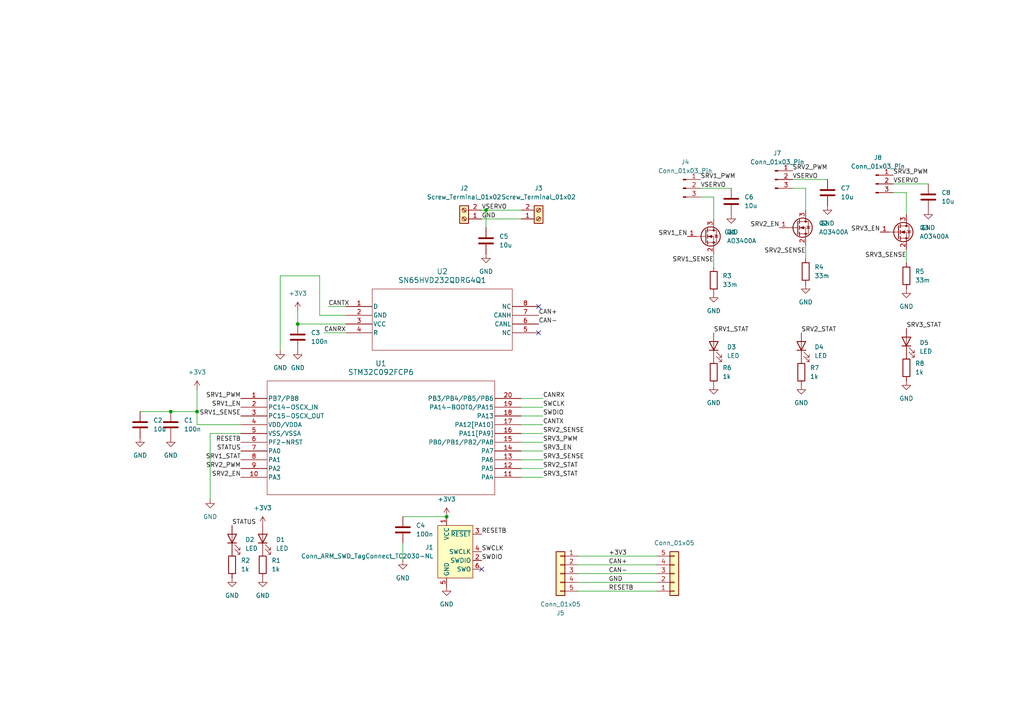
<source format=kicad_sch>
(kicad_sch (version 20250114) (generator "eeschema") (generator_version "9.0")
  (paper "A4")
  (lib_symbols
    (symbol "2025-06-11_00-44-39:STM32C092FCP6" (pin_names (offset 0.254))
      (property "Reference" "U" (at 40.64 10.16 0))
      (property "Value" "STM32C092FCP6" (at 40.64 7.62 0))
      (symbol "STM32C092FCP6_0_1"
        (polyline (pts (xy 7.62 5.08) (xy 7.62 -27.94)) (stroke (width 0.127)))
        (polyline (pts (xy 7.62 -27.94) (xy 73.66 -27.94)) (stroke (width 0.127)))
        (polyline (pts (xy 73.66 5.08) (xy 7.62 5.08)) (stroke (width 0.127)))
        (polyline (pts (xy 73.66 -27.94) (xy 73.66 5.08)) (stroke (width 0.127)))
        (pin bidirectional line (at 0 0 0) (length 7.62) (name "PB7/PB8") (number "1"))
        (pin bidirectional line (at 0 -2.54 0) (length 7.62) (name "PC14-OSCX_IN") (number "2"))
        (pin bidirectional line (at 0 -5.08 0) (length 7.62) (name "PC15-OSCX_OUT") (number "3"))
        (pin power_in line (at 0 -7.62 0) (length 7.62) (name "VDD/VDDA") (number "4"))
        (pin power_out line (at 0 -10.16 0) (length 7.62) (name "VSS/VSSA") (number "5"))
        (pin bidirectional line (at 0 -12.7 0) (length 7.62) (name "PF2-NRST") (number "6"))
        (pin bidirectional line (at 0 -15.24 0) (length 7.62) (name "PA0") (number "7"))
        (pin bidirectional line (at 0 -17.78 0) (length 7.62) (name "PA1") (number "8"))
        (pin bidirectional line (at 0 -20.32 0) (length 7.62) (name "PA2") (number "9"))
        (pin bidirectional line (at 0 -22.86 0) (length 7.62) (name "PA3") (number "10"))
        (pin bidirectional line (at 81.28 0 180) (length 7.62) (name "PB3/PB4/PB5/PB6") (number "20"))
        (pin bidirectional line (at 81.28 -2.54 180) (length 7.62) (name "PA14-BOOT0/PA15") (number "19"))
        (pin bidirectional line (at 81.28 -5.08 180) (length 7.62) (name "PA13") (number "18"))
        (pin bidirectional line (at 81.28 -7.62 180) (length 7.62) (name "PA12[PA10]") (number "17"))
        (pin bidirectional line (at 81.28 -10.16 180) (length 7.62) (name "PA11[PA9]") (number "16"))
        (pin bidirectional line (at 81.28 -12.7 180) (length 7.62) (name "PB0/PB1/PB2/PA8") (number "15"))
        (pin bidirectional line (at 81.28 -15.24 180) (length 7.62) (name "PA7") (number "14"))
        (pin bidirectional line (at 81.28 -17.78 180) (length 7.62) (name "PA6") (number "13"))
        (pin bidirectional line (at 81.28 -20.32 180) (length 7.62) (name "PA5") (number "12"))
        (pin bidirectional line (at 81.28 -22.86 180) (length 7.62) (name "PA4") (number "11"))
      )
    )
    (symbol "2025-06-11_00-45-23:SN65HVD232QDRG4Q1" (pin_names (offset 0.254))
      (property "Reference" "U" (at 27.94 10.16 0))
      (property "Value" "SN65HVD232QDRG4Q1" (at 27.94 7.62 0))
      (symbol "SN65HVD232QDRG4Q1_0_1"
        (polyline (pts (xy 7.62 5.08) (xy 7.62 -12.7)) (stroke (width 0.127)))
        (polyline (pts (xy 7.62 -12.7) (xy 48.26 -12.7)) (stroke (width 0.127)))
        (polyline (pts (xy 48.26 5.08) (xy 7.62 5.08)) (stroke (width 0.127)))
        (polyline (pts (xy 48.26 -12.7) (xy 48.26 5.08)) (stroke (width 0.127)))
        (pin input line (at 0 0 0) (length 7.62) (name "D") (number "1"))
        (pin power_in line (at 0 -2.54 0) (length 7.62) (name "GND") (number "2"))
        (pin power_in line (at 0 -5.08 0) (length 7.62) (name "VCC") (number "3"))
        (pin input line (at 0 -7.62 0) (length 7.62) (name "R") (number "4"))
        (pin unspecified line (at 55.88 0 180) (length 7.62) (name "NC") (number "8"))
        (pin output line (at 55.88 -2.54 180) (length 7.62) (name "CANH") (number "7"))
        (pin output line (at 55.88 -5.08 180) (length 7.62) (name "CANL") (number "6"))
        (pin unspecified line (at 55.88 -7.62 180) (length 7.62) (name "NC") (number "5"))
      )
    )
    (symbol "Connector:Conn_01x03_Pin" (pin_names (offset 1.016) (hide yes))
      (property "Reference" "J" (at 0 5.08 0))
      (property "Value" "Conn_01x03_Pin" (at 0 -5.08 0))
      (symbol "Conn_01x03_Pin_1_1"
        (rectangle (start 0.8636 2.667) (end 0 2.413) (stroke (width 0.1524)) (fill (type outline)))
        (rectangle (start 0.8636 0.127) (end 0 -0.127) (stroke (width 0.1524)) (fill (type outline)))
        (rectangle (start 0.8636 -2.413) (end 0 -2.667) (stroke (width 0.1524)) (fill (type outline)))
        (polyline (pts (xy 1.27 2.54) (xy 0.8636 2.54)) (stroke (width 0.1524)))
        (polyline (pts (xy 1.27 0) (xy 0.8636 0)) (stroke (width 0.1524)))
        (polyline (pts (xy 1.27 -2.54) (xy 0.8636 -2.54)) (stroke (width 0.1524)))
        (pin passive line (at 5.08 2.54 180) (length 3.81) (name "Pin_1") (number "1"))
        (pin passive line (at 5.08 0 180) (length 3.81) (name "Pin_2") (number "2"))
        (pin passive line (at 5.08 -2.54 180) (length 3.81) (name "Pin_3") (number "3"))
      )
    )
    (symbol "Connector:Conn_ARM_SWD_TagConnect_TC2030-NL" (in_bom no)
      (property "Reference" "J" (at 2.54 11.43 0))
      (property "Value" "Conn_ARM_SWD_TagConnect_TC2030-NL" (at 2.54 8.89 0))
      (symbol "Conn_ARM_SWD_TagConnect_TC2030-NL_0_0"
        (pin power_in line (at -2.54 10.16 270) (length 2.54) (name "VCC") (number "1"))
        (pin power_in line (at -2.54 -10.16 90) (length 2.54) (name "GND") (number "5"))
        (pin open_collector line (at 7.62 5.08 180) (length 2.54) (name "~{RESET}") (number "3"))
        (pin output line (at 7.62 0 180) (length 2.54) (name "SWCLK") (number "4"))
        (pin bidirectional line (at 7.62 -2.54 180) (length 2.54) (name "SWDIO") (number "2"))
        (pin input line (at 7.62 -5.08 180) (length 2.54) (name "SWO") (number "6"))
      )
      (symbol "Conn_ARM_SWD_TagConnect_TC2030-NL_0_1"
        (rectangle (start -5.08 7.62) (end 5.08 -7.62) (fill (type background)))
      )
    )
    (symbol "Connector:Screw_Terminal_01x02" (pin_names (offset 1.016) (hide yes))
      (property "Reference" "J" (at 0 2.54 0))
      (property "Value" "Screw_Terminal_01x02" (at 0 -5.08 0))
      (symbol "Screw_Terminal_01x02_1_1"
        (rectangle (start -1.27 1.27) (end 1.27 -3.81) (stroke (width 0.254)) (fill (type background)))
        (polyline (pts (xy -0.5334 0.3302) (xy 0.3302 -0.508)) (stroke (width 0.1524)))
        (polyline (pts (xy -0.5334 -2.2098) (xy 0.3302 -3.048)) (stroke (width 0.1524)))
        (polyline (pts (xy -0.3556 0.508) (xy 0.508 -0.3302)) (stroke (width 0.1524)))
        (polyline (pts (xy -0.3556 -2.032) (xy 0.508 -2.8702)) (stroke (width 0.1524)))
        (circle (center 0 0) (radius 0.635) (stroke (width 0.1524)))
        (circle (center 0 -2.54) (radius 0.635) (stroke (width 0.1524)))
        (pin passive line (at -5.08 0 0) (length 3.81) (name "Pin_1") (number "1"))
        (pin passive line (at -5.08 -2.54 0) (length 3.81) (name "Pin_2") (number "2"))
      )
    )
    (symbol "Connector_Generic:Conn_01x05" (pin_names (offset 1.016) (hide yes))
      (property "Reference" "J" (at 0 7.62 0))
      (property "Value" "Conn_01x05" (at 0 -7.62 0))
      (symbol "Conn_01x05_1_1"
        (rectangle (start -1.27 6.35) (end 1.27 -6.35) (stroke (width 0.254)) (fill (type background)))
        (rectangle (start -1.27 5.207) (end 0 4.953) (stroke (width 0.1524)))
        (rectangle (start -1.27 2.667) (end 0 2.413) (stroke (width 0.1524)))
        (rectangle (start -1.27 0.127) (end 0 -0.127) (stroke (width 0.1524)))
        (rectangle (start -1.27 -2.413) (end 0 -2.667) (stroke (width 0.1524)))
        (rectangle (start -1.27 -4.953) (end 0 -5.207) (stroke (width 0.1524)))
        (pin passive line (at -5.08 5.08 0) (length 3.81) (name "Pin_1") (number "1"))
        (pin passive line (at -5.08 2.54 0) (length 3.81) (name "Pin_2") (number "2"))
        (pin passive line (at -5.08 0 0) (length 3.81) (name "Pin_3") (number "3"))
        (pin passive line (at -5.08 -2.54 0) (length 3.81) (name "Pin_4") (number "4"))
        (pin passive line (at -5.08 -5.08 0) (length 3.81) (name "Pin_5") (number "5"))
      )
    )
    (symbol "Device:C" (pin_numbers (hide yes)) (pin_names (offset 0.254))
      (property "Reference" "C" (at 0.635 2.54 0))
      (property "Value" "C" (at 0.635 -2.54 0))
      (symbol "C_0_1"
        (polyline (pts (xy -2.032 0.762) (xy 2.032 0.762)) (stroke (width 0.508)))
        (polyline (pts (xy -2.032 -0.762) (xy 2.032 -0.762)) (stroke (width 0.508)))
      )
      (symbol "C_1_1"
        (pin passive line (at 0 3.81 270) (length 2.794) (name "~") (number "1"))
        (pin passive line (at 0 -3.81 90) (length 2.794) (name "~") (number "2"))
      )
    )
    (symbol "Device:LED" (pin_numbers (hide yes)) (pin_names (offset 1.016) (hide yes))
      (property "Reference" "D" (at 0 2.54 0))
      (property "Value" "LED" (at 0 -2.54 0))
      (symbol "LED_0_1"
        (polyline (pts (xy -3.048 -0.762) (xy -4.572 -2.286) (xy -3.81 -2.286) (xy -4.572 -2.286) (xy -4.572 -1.524)))
        (polyline (pts (xy -1.778 -0.762) (xy -3.302 -2.286) (xy -2.54 -2.286) (xy -3.302 -2.286) (xy -3.302 -1.524)))
        (polyline (pts (xy -1.27 0) (xy 1.27 0)))
        (polyline (pts (xy -1.27 -1.27) (xy -1.27 1.27)) (stroke (width 0.254)))
        (polyline (pts (xy 1.27 -1.27) (xy 1.27 1.27) (xy -1.27 0) (xy 1.27 -1.27)) (stroke (width 0.254)))
      )
      (symbol "LED_1_1"
        (pin passive line (at -3.81 0 0) (length 2.54) (name "K") (number "1"))
        (pin passive line (at 3.81 0 180) (length 2.54) (name "A") (number "2"))
      )
    )
    (symbol "Device:R" (pin_numbers (hide yes)) (pin_names (offset 0))
      (property "Reference" "R" (at 2.032 0 90))
      (property "Value" "R" (at 0 0 90))
      (symbol "R_0_1"
        (rectangle (start -1.016 -2.54) (end 1.016 2.54) (stroke (width 0.254)))
      )
      (symbol "R_1_1"
        (pin passive line (at 0 3.81 270) (length 1.27) (name "~") (number "1"))
        (pin passive line (at 0 -3.81 90) (length 1.27) (name "~") (number "2"))
      )
    )
    (symbol "Transistor_FET:AO3400A" (pin_names (hide yes))
      (property "Reference" "Q" (at 5.08 1.905 0))
      (property "Value" "AO3400A" (at 5.08 0 0))
      (symbol "AO3400A_0_1"
        (polyline (pts (xy 0.254 1.905) (xy 0.254 -1.905)) (stroke (width 0.254)))
        (polyline (pts (xy 0.254 0) (xy -2.54 0)))
        (polyline (pts (xy 0.762 2.286) (xy 0.762 1.27)) (stroke (width 0.254)))
        (polyline (pts (xy 0.762 0.508) (xy 0.762 -0.508)) (stroke (width 0.254)))
        (polyline (pts (xy 0.762 -1.27) (xy 0.762 -2.286)) (stroke (width 0.254)))
        (polyline (pts (xy 0.762 -1.778) (xy 3.302 -1.778) (xy 3.302 1.778) (xy 0.762 1.778)))
        (polyline (pts (xy 1.016 0) (xy 2.032 0.381) (xy 2.032 -0.381) (xy 1.016 0)) (fill (type outline)))
        (circle (center 1.651 0) (radius 2.794) (stroke (width 0.254)))
        (polyline (pts (xy 2.54 2.54) (xy 2.54 1.778)))
        (circle (center 2.54 1.778) (radius 0.254) (fill (type outline)))
        (circle (center 2.54 -1.778) (radius 0.254) (fill (type outline)))
        (polyline (pts (xy 2.54 -2.54) (xy 2.54 0) (xy 0.762 0)))
        (polyline (pts (xy 2.794 0.508) (xy 2.921 0.381) (xy 3.683 0.381) (xy 3.81 0.254)))
        (polyline (pts (xy 3.302 0.381) (xy 2.921 -0.254) (xy 3.683 -0.254) (xy 3.302 0.381)))
      )
      (symbol "AO3400A_1_1"
        (pin input line (at -5.08 0 0) (length 2.54) (name "G") (number "1"))
        (pin passive line (at 2.54 5.08 270) (length 2.54) (name "D") (number "3"))
        (pin passive line (at 2.54 -5.08 90) (length 2.54) (name "S") (number "2"))
      )
    )
    (symbol "power:+3V3" (power) (pin_numbers (hide yes)) (pin_names (offset 0) (hide yes))
      (property "Value" "+3V3" (at 0 3.556 0))
      (symbol "+3V3_0_1"
        (polyline (pts (xy -0.762 1.27) (xy 0 2.54)))
        (polyline (pts (xy 0 2.54) (xy 0.762 1.27)))
        (polyline (pts (xy 0 0) (xy 0 2.54)))
      )
      (symbol "+3V3_1_1"
        (pin power_in line (at 0 0 90) (length 0) (name "~") (number "1"))
      )
    )
    (symbol "power:GND" (power) (pin_numbers (hide yes)) (pin_names (offset 0) (hide yes))
      (property "Value" "GND" (at 0 -3.81 0))
      (symbol "GND_0_1"
        (polyline (pts (xy 0 0) (xy 0 -1.27) (xy 1.27 -1.27) (xy 0 -2.54) (xy -1.27 -1.27) (xy 0 -1.27)))
      )
      (symbol "GND_1_1"
        (pin power_in line (at 0 0 270) (length 0) (name "~") (number "1"))
      )
    )
  )
  (junction (at 49.53 119.38))
  (junction (at 129.54 149.86))
  (junction (at 86.36 93.98))
  (junction (at 140.97 60.96))
  (junction (at 57.15 119.38))
  (no_connect (at 156.21 88.9))
  (no_connect (at 139.7 165.1))
  (no_connect (at 156.21 96.52))
  (wire (pts (xy 157.48 135.89) (xy 151.13 135.89)))
  (wire (pts (xy 57.15 119.38) (xy 57.15 113.03)))
  (wire (pts (xy 81.28 80.01) (xy 81.28 101.6)))
  (wire (pts (xy 151.13 128.27) (xy 157.48 128.27)))
  (wire (pts (xy 262.89 62.23) (xy 262.89 55.88)))
  (wire (pts (xy 233.68 60.96) (xy 233.68 54.61)))
  (wire (pts (xy 95.25 88.9) (xy 100.33 88.9)))
  (wire (pts (xy 167.64 163.83) (xy 190.5 163.83)))
  (wire (pts (xy 167.64 171.45) (xy 190.5 171.45)))
  (wire (pts (xy 229.87 52.07) (xy 240.03 52.07)))
  (wire (pts (xy 157.48 138.43) (xy 151.13 138.43)))
  (wire (pts (xy 93.98 96.52) (xy 100.33 96.52)))
  (wire (pts (xy 157.48 130.81) (xy 151.13 130.81)))
  (wire (pts (xy 157.48 120.65) (xy 151.13 120.65)))
  (wire (pts (xy 157.48 118.11) (xy 151.13 118.11)))
  (wire (pts (xy 167.64 168.91) (xy 190.5 168.91)))
  (wire (pts (xy 233.68 71.12) (xy 233.68 74.93)))
  (wire (pts (xy 207.01 73.66) (xy 207.01 77.47)))
  (wire (pts (xy 140.97 60.96) (xy 151.13 60.96)))
  (wire (pts (xy 60.96 125.73) (xy 69.85 125.73)))
  (wire (pts (xy 86.36 93.98) (xy 100.33 93.98)))
  (wire (pts (xy 69.85 123.19) (xy 57.15 123.19)))
  (wire (pts (xy 207.01 57.15) (xy 203.2 57.15)))
  (wire (pts (xy 49.53 119.38) (xy 57.15 119.38)))
  (wire (pts (xy 167.64 166.37) (xy 190.5 166.37)))
  (wire (pts (xy 139.7 60.96) (xy 140.97 60.96)))
  (wire (pts (xy 92.71 80.01) (xy 92.71 91.44)))
  (wire (pts (xy 92.71 91.44) (xy 100.33 91.44)))
  (wire (pts (xy 151.13 115.57) (xy 157.48 115.57)))
  (wire (pts (xy 81.28 80.01) (xy 92.71 80.01)))
  (wire (pts (xy 262.89 55.88) (xy 259.08 55.88)))
  (wire (pts (xy 57.15 123.19) (xy 57.15 119.38)))
  (wire (pts (xy 116.84 162.56) (xy 116.84 157.48)))
  (wire (pts (xy 259.08 53.34) (xy 269.24 53.34)))
  (wire (pts (xy 40.64 119.38) (xy 49.53 119.38)))
  (wire (pts (xy 157.48 133.35) (xy 151.13 133.35)))
  (wire (pts (xy 233.68 54.61) (xy 229.87 54.61)))
  (wire (pts (xy 140.97 60.96) (xy 140.97 66.04)))
  (wire (pts (xy 60.96 144.78) (xy 60.96 125.73)))
  (wire (pts (xy 167.64 161.29) (xy 190.5 161.29)))
  (wire (pts (xy 203.2 54.61) (xy 212.09 54.61)))
  (wire (pts (xy 262.89 72.39) (xy 262.89 76.2)))
  (wire (pts (xy 116.84 149.86) (xy 129.54 149.86)))
  (wire (pts (xy 207.01 63.5) (xy 207.01 57.15)))
  (wire (pts (xy 86.36 90.17) (xy 86.36 93.98)))
  (wire (pts (xy 139.7 63.5) (xy 151.13 63.5)))
  (wire (pts (xy 151.13 123.19) (xy 157.48 123.19)))
  (wire (pts (xy 157.48 125.73) (xy 151.13 125.73)))
  (label "SWDIO" (at 157.48 120.65 0))
  (label "SRV1_STAT" (at 207.01 96.52 0))
  (label "VSERVO" (at 203.2 54.61 0))
  (label "SRV2_PWM" (at 69.85 135.89 180))
  (label "SRV3_SENSE" (at 262.89 74.93 180))
  (label "SRV3_PWM" (at 259.08 50.8 0))
  (label "SWCLK" (at 139.7 160.02 0))
  (label "CAN-" (at 176.53 166.37 0))
  (label "GND" (at 176.53 168.91 0))
  (label "CANTX" (at 95.25 88.9 0))
  (label "VSERVO" (at 259.08 53.34 0))
  (label "SRV1_SENSE" (at 69.85 120.65 180))
  (label "STATUS" (at 67.31 152.4 0))
  (label "SRV2_STAT" (at 157.48 135.89 0))
  (label "GND" (at 139.7 63.5 0))
  (label "CAN+" (at 176.53 163.83 0))
  (label "VSERVO" (at 139.7 60.96 0))
  (label "RESETB" (at 139.7 154.94 0))
  (label "SWCLK" (at 157.48 118.11 0))
  (label "SRV2_PWM" (at 229.87 49.53 0))
  (label "SRV3_PWM" (at 157.48 128.27 0))
  (label "SRV1_PWM" (at 203.2 52.07 0))
  (label "SRV2_SENSE" (at 233.68 73.66 180))
  (label "SRV1_EN" (at 69.85 118.11 180))
  (label "SRV3_EN" (at 157.48 130.81 0))
  (label "SRV1_SENSE" (at 207.01 76.2 180))
  (label "SRV3_STAT" (at 262.89 95.25 0))
  (label "SRV2_EN" (at 69.85 138.43 180))
  (label "VSERVO" (at 229.87 52.07 0))
  (label "+3V3" (at 176.53 161.29 0))
  (label "CANRX" (at 157.48 115.57 0))
  (label "SRV2_SENSE" (at 157.48 125.73 0))
  (label "STATUS" (at 69.85 130.81 180))
  (label "SRV3_SENSE" (at 157.48 133.35 0))
  (label "CAN-" (at 156.21 93.98 0))
  (label "CANRX" (at 93.98 96.52 0))
  (label "SRV2_STAT" (at 232.41 96.52 0))
  (label "RESETB" (at 69.85 128.27 180))
  (label "SRV1_STAT" (at 69.85 133.35 180))
  (label "RESETB" (at 176.53 171.45 0))
  (label "SRV1_EN" (at 199.39 68.58 180))
  (label "SWDIO" (at 139.7 162.56 0))
  (label "CAN+" (at 156.21 91.44 0))
  (label "SRV3_STAT" (at 157.48 138.43 0))
  (label "SRV1_PWM" (at 69.85 115.57 180))
  (label "CANTX" (at 157.48 123.19 0))
  (label "SRV3_EN" (at 255.27 67.31 180))
  (label "SRV2_EN" (at 226.06 66.04 180))
  (symbol (lib_id "Transistor_FET:AO3400A") (at 204.47 68.58 0) (unit 1)
    (property "Reference" "Q1" (at 210.82 67.3099 0) (effects (justify left)))
    (property "Value" "AO3400A" (at 210.82 69.8499 0) (effects (justify left)))
    (property "Footprint" "Package_TO_SOT_SMD:SOT-23" (effects (hide yes)))
    (property "Datasheet" "http://www.aosmd.com/pdfs/datasheet/AO3400A.pdf" (effects (hide yes)))
    (property "Description" "30V Vds, 5.7A Id, N-Channel MOSFET, SOT-23" (effects (hide yes)))
  )
  (symbol (lib_id "Connector:Conn_01x03_Pin") (at 224.79 52.07 0) (unit 1)
    (property "Reference" "J7" (at 225.425 44.45 0))
    (property "Value" "Conn_01x03_Pin" (at 225.425 46.99 0))
    (property "Footprint" "Connector_PinHeader_2.54mm:PinHeader_1x03_P2.54mm_Vertical" (effects (hide yes)))
    (property "Description" "Generic connector, single row, 01x03, script generated" (effects (hide yes)))
  )
  (symbol (lib_id "Device:R") (at 262.89 80.01 0) (unit 1)
    (property "Reference" "R5" (at 265.43 78.7399 0) (effects (justify left)))
    (property "Value" "33m" (at 265.43 81.2799 0) (effects (justify left)))
    (property "Footprint" "Resistor_SMD:R_0603_1608Metric" (effects (hide yes)))
    (property "Description" "Resistor" (effects (hide yes)))
  )
  (symbol (lib_id "Connector:Conn_01x03_Pin") (at 198.12 54.61 0) (unit 1)
    (property "Reference" "J4" (at 198.755 46.99 0))
    (property "Value" "Conn_01x03_Pin" (at 198.755 49.53 0))
    (property "Footprint" "Connector_PinHeader_2.54mm:PinHeader_1x03_P2.54mm_Vertical" (effects (hide yes)))
    (property "Description" "Generic connector, single row, 01x03, script generated" (effects (hide yes)))
  )
  (symbol (lib_id "Device:C") (at 86.36 97.79 0) (unit 1)
    (property "Reference" "C3" (at 90.17 96.5199 0) (effects (justify left)))
    (property "Value" "100n" (at 90.17 99.0599 0) (effects (justify left)))
    (property "Footprint" "Capacitor_SMD:C_0603_1608Metric" (effects (hide yes)))
    (property "Description" "Unpolarized capacitor" (effects (hide yes)))
  )
  (symbol (lib_id "2025-06-11_00-45-23:SN65HVD232QDRG4Q1") (at 100.33 88.9 0) (unit 1)
    (property "Reference" "U2" (at 128.27 78.74 0) (effects (font (size 1.524 1.524))))
    (property "Value" "SN65HVD232QDRG4Q1" (at 128.27 81.28 0) (effects (font (size 1.524 1.524))))
    (property "Footprint" "footprints:D8" (effects (hide yes)))
    (property "Datasheet" "SN65HVD232QDRG4Q1" (effects (hide yes)))
  )
  (symbol (lib_id "power:GND") (at 67.31 167.64 0) (unit 1)
    (property "Reference" "#PWR033" (effects (hide yes)))
    (property "Value" "GND" (at 67.31 172.72 0))
    (property "Description" "Power symbol creates a global label with name \"GND\" , ground" (effects (hide yes)))
  )
  (symbol (lib_id "power:GND") (at 207.01 85.09 0) (unit 1)
    (property "Reference" "#PWR07" (effects (hide yes)))
    (property "Value" "GND" (at 207.01 90.17 0))
    (property "Description" "Power symbol creates a global label with name \"GND\" , ground" (effects (hide yes)))
  )
  (symbol (lib_id "Device:C") (at 240.03 55.88 0) (unit 1)
    (property "Reference" "C7" (at 243.84 54.6099 0) (effects (justify left)))
    (property "Value" "10u" (at 243.84 57.1499 0) (effects (justify left)))
    (property "Footprint" "Capacitor_SMD:C_0603_1608Metric" (effects (hide yes)))
    (property "Description" "Unpolarized capacitor" (effects (hide yes)))
  )
  (symbol (lib_id "power:GND") (at 40.64 127 0) (unit 1)
    (property "Reference" "#PWR011" (effects (hide yes)))
    (property "Value" "GND" (at 40.64 132.08 0))
    (property "Description" "Power symbol creates a global label with name \"GND\" , ground" (effects (hide yes)))
  )
  (symbol (lib_id "power:GND") (at 116.84 162.56 0) (unit 1)
    (property "Reference" "#PWR013" (effects (hide yes)))
    (property "Value" "GND" (at 116.84 167.64 0))
    (property "Description" "Power symbol creates a global label with name \"GND\" , ground" (effects (hide yes)))
  )
  (symbol (lib_id "power:GND") (at 49.53 127 0) (unit 1)
    (property "Reference" "#PWR010" (effects (hide yes)))
    (property "Value" "GND" (at 49.53 132.08 0))
    (property "Description" "Power symbol creates a global label with name \"GND\" , ground" (effects (hide yes)))
  )
  (symbol (lib_id "Device:LED") (at 207.01 100.33 90) (unit 1)
    (property "Reference" "D3" (at 210.82 100.6474 90) (effects (justify right)))
    (property "Value" "LED" (at 210.82 103.1874 90) (effects (justify right)))
    (property "Footprint" "LED_SMD:LED_0603_1608Metric" (effects (hide yes)))
    (property "Description" "Light emitting diode" (effects (hide yes)))
    (property "Sim.Pins" "1=K 2=A" (effects (hide yes)))
  )
  (symbol (lib_id "Device:C") (at 212.09 58.42 0) (unit 1)
    (property "Reference" "C6" (at 215.9 57.1499 0) (effects (justify left)))
    (property "Value" "10u" (at 215.9 59.6899 0) (effects (justify left)))
    (property "Footprint" "Capacitor_SMD:C_0603_1608Metric" (effects (hide yes)))
    (property "Description" "Unpolarized capacitor" (effects (hide yes)))
  )
  (symbol (lib_id "Connector:Conn_01x03_Pin") (at 254 53.34 0) (unit 1)
    (property "Reference" "J8" (at 254.635 45.72 0))
    (property "Value" "Conn_01x03_Pin" (at 254.635 48.26 0))
    (property "Footprint" "Connector_PinHeader_2.54mm:PinHeader_1x03_P2.54mm_Vertical" (effects (hide yes)))
    (property "Description" "Generic connector, single row, 01x03, script generated" (effects (hide yes)))
  )
  (symbol (lib_id "power:GND") (at 262.89 83.82 0) (unit 1)
    (property "Reference" "#PWR09" (effects (hide yes)))
    (property "Value" "GND" (at 262.89 88.9 0))
    (property "Description" "Power symbol creates a global label with name \"GND\" , ground" (effects (hide yes)))
  )
  (symbol (lib_id "Device:LED") (at 67.31 156.21 90) (unit 1)
    (property "Reference" "D2" (at 71.12 156.5274 90) (effects (justify right)))
    (property "Value" "LED" (at 71.12 159.0674 90) (effects (justify right)))
    (property "Footprint" "LED_SMD:LED_0603_1608Metric" (effects (hide yes)))
    (property "Description" "Light emitting diode" (effects (hide yes)))
    (property "Sim.Pins" "1=K 2=A" (effects (hide yes)))
  )
  (symbol (lib_id "power:GND") (at 240.03 59.69 0) (unit 1)
    (property "Reference" "#PWR021" (effects (hide yes)))
    (property "Value" "GND" (at 240.03 64.77 0))
    (property "Description" "Power symbol creates a global label with name \"GND\" , ground" (effects (hide yes)))
  )
  (symbol (lib_id "Device:R") (at 262.89 106.68 0) (unit 1)
    (property "Reference" "R8" (at 265.43 105.4099 0) (effects (justify left)))
    (property "Value" "1k" (at 265.43 107.9499 0) (effects (justify left)))
    (property "Footprint" "Resistor_SMD:R_0603_1608Metric" (effects (hide yes)))
    (property "Description" "Resistor" (effects (hide yes)))
  )
  (symbol (lib_id "power:GND") (at 60.96 144.78 0) (unit 1)
    (property "Reference" "#PWR01" (effects (hide yes)))
    (property "Value" "GND" (at 60.96 149.86 0))
    (property "Description" "Power symbol creates a global label with name \"GND\" , ground" (effects (hide yes)))
  )
  (symbol (lib_id "Transistor_FET:AO3400A") (at 260.35 67.31 0) (unit 1)
    (property "Reference" "Q3" (at 266.7 66.0399 0) (effects (justify left)))
    (property "Value" "AO3400A" (at 266.7 68.5799 0) (effects (justify left)))
    (property "Footprint" "Package_TO_SOT_SMD:SOT-23" (effects (hide yes)))
    (property "Datasheet" "http://www.aosmd.com/pdfs/datasheet/AO3400A.pdf" (effects (hide yes)))
    (property "Description" "30V Vds, 5.7A Id, N-Channel MOSFET, SOT-23" (effects (hide yes)))
  )
  (symbol (lib_id "Device:C") (at 140.97 69.85 0) (unit 1)
    (property "Reference" "C5" (at 144.78 68.5799 0) (effects (justify left)))
    (property "Value" "10u" (at 144.78 71.1199 0) (effects (justify left)))
    (property "Footprint" "Capacitor_SMD:C_0603_1608Metric" (effects (hide yes)))
    (property "Description" "Unpolarized capacitor" (effects (hide yes)))
  )
  (symbol (lib_id "power:GND") (at 81.28 101.6 0) (unit 1)
    (property "Reference" "#PWR03" (effects (hide yes)))
    (property "Value" "GND" (at 81.28 106.68 0))
    (property "Description" "Power symbol creates a global label with name \"GND\" , ground" (effects (hide yes)))
  )
  (symbol (lib_id "power:+3V3") (at 57.15 113.03 0) (unit 1)
    (property "Reference" "#PWR02" (effects (hide yes)))
    (property "Value" "+3V3" (at 57.15 107.95 0))
    (property "Description" "Power symbol creates a global label with name \"+3V3\"" (effects (hide yes)))
  )
  (symbol (lib_id "Device:R") (at 207.01 107.95 0) (unit 1)
    (property "Reference" "R6" (at 209.55 106.6799 0) (effects (justify left)))
    (property "Value" "1k" (at 209.55 109.2199 0) (effects (justify left)))
    (property "Footprint" "Resistor_SMD:R_0603_1608Metric" (effects (hide yes)))
    (property "Description" "Resistor" (effects (hide yes)))
  )
  (symbol (lib_id "power:+3V3") (at 129.54 149.86 0) (unit 1)
    (property "Reference" "#PWR06" (effects (hide yes)))
    (property "Value" "+3V3" (at 129.54 144.78 0))
    (property "Description" "Power symbol creates a global label with name \"+3V3\"" (effects (hide yes)))
  )
  (symbol (lib_id "Device:LED") (at 232.41 100.33 90) (unit 1)
    (property "Reference" "D4" (at 236.22 100.6474 90) (effects (justify right)))
    (property "Value" "LED" (at 236.22 103.1874 90) (effects (justify right)))
    (property "Footprint" "LED_SMD:LED_0603_1608Metric" (effects (hide yes)))
    (property "Description" "Light emitting diode" (effects (hide yes)))
    (property "Sim.Pins" "1=K 2=A" (effects (hide yes)))
  )
  (symbol (lib_id "Device:C") (at 40.64 123.19 0) (unit 1)
    (property "Reference" "C2" (at 44.45 121.9199 0) (effects (justify left)))
    (property "Value" "10u" (at 44.45 124.4599 0) (effects (justify left)))
    (property "Footprint" "Capacitor_SMD:C_0603_1608Metric" (effects (hide yes)))
    (property "Description" "Unpolarized capacitor" (effects (hide yes)))
  )
  (symbol (lib_id "Device:C") (at 269.24 57.15 0) (unit 1)
    (property "Reference" "C8" (at 273.05 55.8799 0) (effects (justify left)))
    (property "Value" "10u" (at 273.05 58.4199 0) (effects (justify left)))
    (property "Footprint" "Capacitor_SMD:C_0603_1608Metric" (effects (hide yes)))
    (property "Description" "Unpolarized capacitor" (effects (hide yes)))
  )
  (symbol (lib_id "power:+3V3") (at 76.2 152.4 0) (unit 1)
    (property "Reference" "#PWR015" (effects (hide yes)))
    (property "Value" "+3V3" (at 76.2 147.32 0))
    (property "Description" "Power symbol creates a global label with name \"+3V3\"" (effects (hide yes)))
  )
  (symbol (lib_id "power:GND") (at 76.2 167.64 0) (unit 1)
    (property "Reference" "#PWR016" (effects (hide yes)))
    (property "Value" "GND" (at 76.2 172.72 0))
    (property "Description" "Power symbol creates a global label with name \"GND\" , ground" (effects (hide yes)))
  )
  (symbol (lib_id "power:GND") (at 232.41 111.76 0) (unit 1)
    (property "Reference" "#PWR017" (effects (hide yes)))
    (property "Value" "GND" (at 232.41 116.84 0))
    (property "Description" "Power symbol creates a global label with name \"GND\" , ground" (effects (hide yes)))
  )
  (symbol (lib_id "Connector:Screw_Terminal_01x02") (at 156.21 63.5 0) (mirror x) (unit 1)
    (property "Reference" "J3" (at 156.21 54.61 0))
    (property "Value" "Screw_Terminal_01x02" (at 156.21 57.15 0))
    (property "Footprint" "TerminalBlock:TerminalBlock_Xinya_XY308-2.54-2P_1x02_P2.54mm_Horizontal" (effects (hide yes)))
    (property "Description" "Generic screw terminal, single row, 01x02, script generated (kicad-library-utils/schlib/autogen/connector/)" (effects (hide yes)))
  )
  (symbol (lib_id "power:GND") (at 129.54 170.18 0) (unit 1)
    (property "Reference" "#PWR05" (effects (hide yes)))
    (property "Value" "GND" (at 129.54 175.26 0))
    (property "Description" "Power symbol creates a global label with name \"GND\" , ground" (effects (hide yes)))
  )
  (symbol (lib_id "Device:LED") (at 262.89 99.06 90) (unit 1)
    (property "Reference" "D5" (at 266.7 99.3774 90) (effects (justify right)))
    (property "Value" "LED" (at 266.7 101.9174 90) (effects (justify right)))
    (property "Footprint" "LED_SMD:LED_0603_1608Metric" (effects (hide yes)))
    (property "Description" "Light emitting diode" (effects (hide yes)))
    (property "Sim.Pins" "1=K 2=A" (effects (hide yes)))
  )
  (symbol (lib_id "Device:LED") (at 76.2 156.21 90) (unit 1)
    (property "Reference" "D1" (at 80.01 156.5274 90) (effects (justify right)))
    (property "Value" "LED" (at 80.01 159.0674 90) (effects (justify right)))
    (property "Footprint" "LED_SMD:LED_0603_1608Metric" (effects (hide yes)))
    (property "Description" "Light emitting diode" (effects (hide yes)))
    (property "Sim.Pins" "1=K 2=A" (effects (hide yes)))
  )
  (symbol (lib_id "Connector:Screw_Terminal_01x02") (at 134.62 63.5 180) (unit 1)
    (property "Reference" "J2" (at 134.62 54.61 0))
    (property "Value" "Screw_Terminal_01x02" (at 134.62 57.15 0))
    (property "Footprint" "TerminalBlock:TerminalBlock_Xinya_XY308-2.54-2P_1x02_P2.54mm_Horizontal" (effects (hide yes)))
    (property "Description" "Generic screw terminal, single row, 01x02, script generated (kicad-library-utils/schlib/autogen/connector/)" (effects (hide yes)))
  )
  (symbol (lib_id "power:GND") (at 233.68 82.55 0) (unit 1)
    (property "Reference" "#PWR08" (effects (hide yes)))
    (property "Value" "GND" (at 233.68 87.63 0))
    (property "Description" "Power symbol creates a global label with name \"GND\" , ground" (effects (hide yes)))
  )
  (symbol (lib_id "Device:R") (at 207.01 81.28 0) (unit 1)
    (property "Reference" "R3" (at 209.55 80.0099 0) (effects (justify left)))
    (property "Value" "33m" (at 209.55 82.5499 0) (effects (justify left)))
    (property "Footprint" "Resistor_SMD:R_0603_1608Metric" (effects (hide yes)))
    (property "Description" "Resistor" (effects (hide yes)))
  )
  (symbol (lib_id "Device:R") (at 233.68 78.74 0) (unit 1)
    (property "Reference" "R4" (at 236.22 77.4699 0) (effects (justify left)))
    (property "Value" "33m" (at 236.22 80.0099 0) (effects (justify left)))
    (property "Footprint" "Resistor_SMD:R_0603_1608Metric" (effects (hide yes)))
    (property "Description" "Resistor" (effects (hide yes)))
  )
  (symbol (lib_id "power:+3V3") (at 86.36 90.17 0) (unit 1)
    (property "Reference" "#PWR04" (effects (hide yes)))
    (property "Value" "+3V3" (at 86.36 85.09 0))
    (property "Description" "Power symbol creates a global label with name \"+3V3\"" (effects (hide yes)))
  )
  (symbol (lib_id "power:GND") (at 207.01 111.76 0) (unit 1)
    (property "Reference" "#PWR014" (effects (hide yes)))
    (property "Value" "GND" (at 207.01 116.84 0))
    (property "Description" "Power symbol creates a global label with name \"GND\" , ground" (effects (hide yes)))
  )
  (symbol (lib_id "Device:C") (at 116.84 153.67 0) (unit 1)
    (property "Reference" "C4" (at 120.65 152.3999 0) (effects (justify left)))
    (property "Value" "100n" (at 120.65 154.9399 0) (effects (justify left)))
    (property "Footprint" "Capacitor_SMD:C_0603_1608Metric" (effects (hide yes)))
    (property "Description" "Unpolarized capacitor" (effects (hide yes)))
  )
  (symbol (lib_id "2025-06-11_00-44-39:STM32C092FCP6") (at 69.85 115.57 0) (unit 1)
    (property "Reference" "U1" (at 110.49 105.41 0) (effects (font (size 1.524 1.524))))
    (property "Value" "STM32C092FCP6" (at 110.49 107.95 0) (effects (font (size 1.524 1.524))))
    (property "Footprint" "footprints:TSSOP20_STM" (effects (hide yes)))
    (property "Datasheet" "STM32C092FCP6" (effects (hide yes)))
  )
  (symbol (lib_id "Device:R") (at 76.2 163.83 0) (unit 1)
    (property "Reference" "R1" (at 78.74 162.5599 0) (effects (justify left)))
    (property "Value" "1k" (at 78.74 165.0999 0) (effects (justify left)))
    (property "Footprint" "Resistor_SMD:R_0603_1608Metric" (effects (hide yes)))
    (property "Description" "Resistor" (effects (hide yes)))
  )
  (symbol (lib_id "Connector_Generic:Conn_01x05") (at 195.58 166.37 0) (mirror x) (unit 1)
    (property "Reference" "J6" (effects (hide yes)))
    (property "Value" "Conn_01x05" (at 195.58 157.48 0))
    (property "Footprint" "Connector_JST:JST_XH_S5B-XH-A-1_1x05_P2.50mm_Horizontal" (effects (hide yes)))
    (property "Description" "Generic connector, single row, 01x05, script generated (kicad-library-utils/schlib/autogen/connector/)" (effects (hide yes)))
  )
  (symbol (lib_id "Device:R") (at 67.31 163.83 0) (unit 1)
    (property "Reference" "R2" (at 69.85 162.5599 0) (effects (justify left)))
    (property "Value" "1k" (at 69.85 165.0999 0) (effects (justify left)))
    (property "Footprint" "Resistor_SMD:R_0603_1608Metric" (effects (hide yes)))
    (property "Description" "Resistor" (effects (hide yes)))
  )
  (symbol (lib_id "Transistor_FET:AO3400A") (at 231.14 66.04 0) (unit 1)
    (property "Reference" "Q2" (at 237.49 64.7699 0) (effects (justify left)))
    (property "Value" "AO3400A" (at 237.49 67.3099 0) (effects (justify left)))
    (property "Footprint" "Package_TO_SOT_SMD:SOT-23" (effects (hide yes)))
    (property "Datasheet" "http://www.aosmd.com/pdfs/datasheet/AO3400A.pdf" (effects (hide yes)))
    (property "Description" "30V Vds, 5.7A Id, N-Channel MOSFET, SOT-23" (effects (hide yes)))
  )
  (symbol (lib_id "Connector_Generic:Conn_01x05") (at 162.56 166.37 0) (mirror y) (unit 1)
    (property "Reference" "J5" (at 162.56 177.8 0))
    (property "Value" "Conn_01x05" (at 162.56 175.26 0))
    (property "Footprint" "Connector_JST:JST_XH_S5B-XH-A-1_1x05_P2.50mm_Horizontal" (effects (hide yes)))
    (property "Description" "Generic connector, single row, 01x05, script generated (kicad-library-utils/schlib/autogen/connector/)" (effects (hide yes)))
  )
  (symbol (lib_id "Connector:Conn_ARM_SWD_TagConnect_TC2030-NL") (at 132.08 160.02 0) (unit 1) (in_bom no)
    (property "Reference" "J1" (at 125.73 158.7499 0) (effects (justify right)))
    (property "Value" "Conn_ARM_SWD_TagConnect_TC2030-NL" (at 125.73 161.2899 0) (effects (justify right)))
    (property "Footprint" "Connector:Tag-Connect_TC2030-IDC-NL_2x03_P1.27mm_Vertical" (effects (hide yes)))
    (property "Datasheet" "https://www.tag-connect.com/wp-content/uploads/bsk-pdf-manager/TC2030-CTX_1.pdf" (effects (hide yes)))
    (property "Description" "Tag-Connect ARM Cortex SWD JTAG connector, 6 pin, no legs" (effects (hide yes)))
  )
  (symbol (lib_id "power:GND") (at 212.09 62.23 0) (unit 1)
    (property "Reference" "#PWR022" (effects (hide yes)))
    (property "Value" "GND" (at 212.09 67.31 0))
    (property "Description" "Power symbol creates a global label with name \"GND\" , ground" (effects (hide yes)))
  )
  (symbol (lib_id "power:GND") (at 262.89 110.49 0) (unit 1)
    (property "Reference" "#PWR018" (effects (hide yes)))
    (property "Value" "GND" (at 262.89 115.57 0))
    (property "Description" "Power symbol creates a global label with name \"GND\" , ground" (effects (hide yes)))
  )
  (symbol (lib_id "power:GND") (at 269.24 60.96 0) (unit 1)
    (property "Reference" "#PWR020" (effects (hide yes)))
    (property "Value" "GND" (at 269.24 66.04 0))
    (property "Description" "Power symbol creates a global label with name \"GND\" , ground" (effects (hide yes)))
  )
  (symbol (lib_id "Device:R") (at 232.41 107.95 0) (unit 1)
    (property "Reference" "R7" (at 234.95 106.6799 0) (effects (justify left)))
    (property "Value" "1k" (at 234.95 109.2199 0) (effects (justify left)))
    (property "Footprint" "Resistor_SMD:R_0603_1608Metric" (effects (hide yes)))
    (property "Description" "Resistor" (effects (hide yes)))
  )
  (symbol (lib_id "Device:C") (at 49.53 123.19 0) (unit 1)
    (property "Reference" "C1" (at 53.34 121.9199 0) (effects (justify left)))
    (property "Value" "100n" (at 53.34 124.4599 0) (effects (justify left)))
    (property "Footprint" "Capacitor_SMD:C_0603_1608Metric" (effects (hide yes)))
    (property "Description" "Unpolarized capacitor" (effects (hide yes)))
  )
  (symbol (lib_id "power:GND") (at 86.36 101.6 0) (unit 1)
    (property "Reference" "#PWR012" (effects (hide yes)))
    (property "Value" "GND" (at 86.36 106.68 0))
    (property "Description" "Power symbol creates a global label with name \"GND\" , ground" (effects (hide yes)))
  )
  (symbol (lib_id "power:GND") (at 140.97 73.66 0) (unit 1)
    (property "Reference" "#PWR019" (effects (hide yes)))
    (property "Value" "GND" (at 140.97 78.74 0))
    (property "Description" "Power symbol creates a global label with name \"GND\" , ground" (effects (hide yes)))
  )
)
</source>
